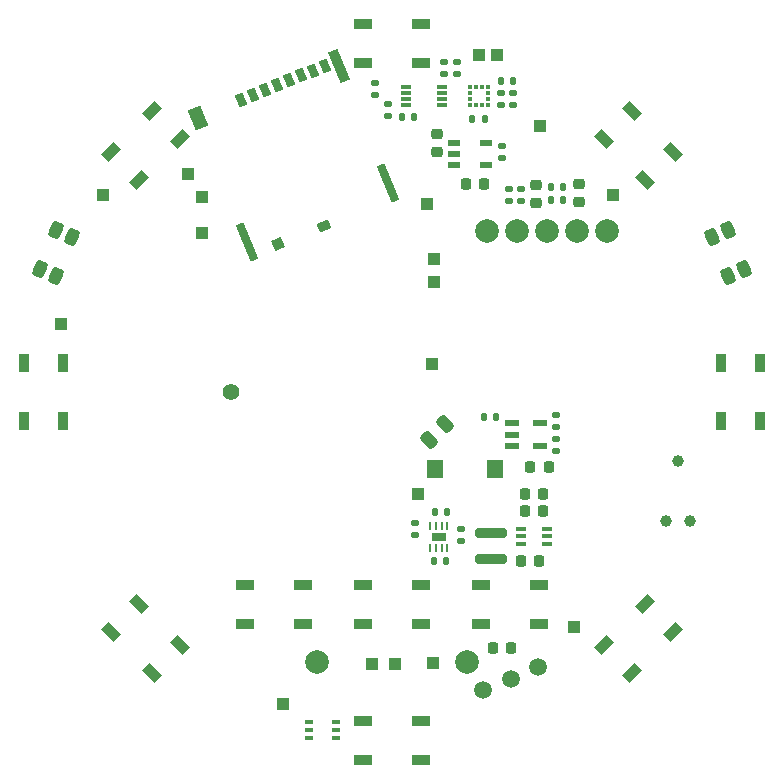
<source format=gbr>
%TF.GenerationSoftware,KiCad,Pcbnew,9.0.0*%
%TF.CreationDate,2025-02-26T14:49:23+01:00*%
%TF.ProjectId,relativeGPS,72656c61-7469-4766-9547-50532e6b6963,rev?*%
%TF.SameCoordinates,Original*%
%TF.FileFunction,Soldermask,Top*%
%TF.FilePolarity,Negative*%
%FSLAX46Y46*%
G04 Gerber Fmt 4.6, Leading zero omitted, Abs format (unit mm)*
G04 Created by KiCad (PCBNEW 9.0.0) date 2025-02-26 14:49:23*
%MOMM*%
%LPD*%
G01*
G04 APERTURE LIST*
G04 Aperture macros list*
%AMRoundRect*
0 Rectangle with rounded corners*
0 $1 Rounding radius*
0 $2 $3 $4 $5 $6 $7 $8 $9 X,Y pos of 4 corners*
0 Add a 4 corners polygon primitive as box body*
4,1,4,$2,$3,$4,$5,$6,$7,$8,$9,$2,$3,0*
0 Add four circle primitives for the rounded corners*
1,1,$1+$1,$2,$3*
1,1,$1+$1,$4,$5*
1,1,$1+$1,$6,$7*
1,1,$1+$1,$8,$9*
0 Add four rect primitives between the rounded corners*
20,1,$1+$1,$2,$3,$4,$5,0*
20,1,$1+$1,$4,$5,$6,$7,0*
20,1,$1+$1,$6,$7,$8,$9,0*
20,1,$1+$1,$8,$9,$2,$3,0*%
%AMRotRect*
0 Rectangle, with rotation*
0 The origin of the aperture is its center*
0 $1 length*
0 $2 width*
0 $3 Rotation angle, in degrees counterclockwise*
0 Add horizontal line*
21,1,$1,$2,0,0,$3*%
G04 Aperture macros list end*
%ADD10RotRect,0.700000X1.100000X22.500000*%
%ADD11RotRect,0.900000X0.930000X22.500000*%
%ADD12RotRect,1.050000X0.780000X22.500000*%
%ADD13RotRect,1.140000X1.830000X22.500000*%
%ADD14RotRect,0.860000X2.800000X22.500000*%
%ADD15RotRect,0.700000X3.330000X22.500000*%
%ADD16R,1.000000X1.000000*%
%ADD17RoundRect,0.135000X-0.185000X0.135000X-0.185000X-0.135000X0.185000X-0.135000X0.185000X0.135000X0*%
%ADD18R,1.450000X1.500000*%
%ADD19C,1.500000*%
%ADD20RoundRect,0.033333X0.391667X0.116667X-0.391667X0.116667X-0.391667X-0.116667X0.391667X-0.116667X0*%
%ADD21RoundRect,0.225000X-0.225000X-0.250000X0.225000X-0.250000X0.225000X0.250000X-0.225000X0.250000X0*%
%ADD22C,1.400000*%
%ADD23RoundRect,0.135000X0.135000X0.185000X-0.135000X0.185000X-0.135000X-0.185000X0.135000X-0.185000X0*%
%ADD24R,1.200000X0.600000*%
%ADD25RoundRect,0.135000X0.185000X-0.135000X0.185000X0.135000X-0.185000X0.135000X-0.185000X-0.135000X0*%
%ADD26R,1.500000X0.900000*%
%ADD27RoundRect,0.135000X-0.135000X-0.185000X0.135000X-0.185000X0.135000X0.185000X-0.135000X0.185000X0*%
%ADD28RoundRect,0.100000X0.350000X0.100000X-0.350000X0.100000X-0.350000X-0.100000X0.350000X-0.100000X0*%
%ADD29RoundRect,0.100000X-0.350000X-0.100000X0.350000X-0.100000X0.350000X0.100000X-0.350000X0.100000X0*%
%ADD30RotRect,1.500000X0.900000X45.000000*%
%ADD31RoundRect,0.225000X0.225000X0.250000X-0.225000X0.250000X-0.225000X-0.250000X0.225000X-0.250000X0*%
%ADD32RoundRect,0.225000X-0.250000X0.225000X-0.250000X-0.225000X0.250000X-0.225000X0.250000X0.225000X0*%
%ADD33RotRect,1.500000X0.900000X225.000000*%
%ADD34R,0.254000X0.711200*%
%ADD35R,1.295400X0.711200*%
%ADD36RoundRect,0.200000X1.150000X-0.200000X1.150000X0.200000X-1.150000X0.200000X-1.150000X-0.200000X0*%
%ADD37R,0.381000X0.355600*%
%ADD38R,0.355600X0.381000*%
%ADD39R,0.900000X1.500000*%
%ADD40RoundRect,0.250000X0.159099X-0.512652X0.512652X-0.159099X-0.159099X0.512652X-0.512652X0.159099X0*%
%ADD41RoundRect,0.262500X0.409942X-0.303743X0.075094X0.504652X-0.409942X0.303743X-0.075094X-0.504652X0*%
%ADD42RotRect,1.500000X0.900000X315.000000*%
%ADD43RotRect,1.500000X0.900000X135.000000*%
%ADD44R,0.720000X0.350000*%
%ADD45RoundRect,0.055000X0.445000X0.220000X-0.445000X0.220000X-0.445000X-0.220000X0.445000X-0.220000X0*%
%ADD46RoundRect,0.262500X-0.075094X0.504652X-0.409942X-0.303743X0.075094X-0.504652X0.409942X0.303743X0*%
%ADD47C,2.000000*%
%ADD48C,0.991000*%
G04 APERTURE END LIST*
D10*
%TO.C,CN4*%
X87200737Y-75298479D03*
X88217004Y-74877527D03*
X89233272Y-74456576D03*
X90249539Y-74035624D03*
X91265807Y-73614672D03*
X92282074Y-73193720D03*
X93298342Y-72772769D03*
X94314609Y-72351817D03*
D11*
X90317142Y-87499641D03*
D12*
X94286189Y-85936787D03*
D13*
X83621825Y-76797149D03*
D14*
X95503741Y-72400458D03*
D15*
X87723760Y-87274984D03*
X99697239Y-82315407D03*
%TD*%
D16*
%TO.C,TP8*%
X107400000Y-71500000D03*
%TD*%
D17*
%TO.C,C12*%
X109230511Y-74690000D03*
X109230511Y-75710000D03*
%TD*%
D16*
%TO.C,TP1*%
X103500000Y-122900000D03*
%TD*%
D18*
%TO.C,L2*%
X108725000Y-106500000D03*
X103675000Y-106500000D03*
%TD*%
D19*
%TO.C,SW1*%
X107708353Y-125246951D03*
X110055007Y-124274935D03*
X112401661Y-123302919D03*
%TD*%
D20*
%TO.C,U2*%
X104280511Y-75650000D03*
X104280511Y-75150000D03*
X104280511Y-74650000D03*
X104280511Y-74150000D03*
X101180511Y-74150000D03*
X101180511Y-74650000D03*
X101180511Y-75150000D03*
X101180511Y-75650000D03*
%TD*%
D16*
%TO.C,TP14*%
X90800000Y-126400000D03*
%TD*%
D21*
%TO.C,C20*%
X110924999Y-114300000D03*
X112474999Y-114300000D03*
%TD*%
D17*
%TO.C,R5*%
X105530511Y-72030000D03*
X105530511Y-73050000D03*
%TD*%
D16*
%TO.C,TP2*%
X115400000Y-119900000D03*
%TD*%
D22*
%TO.C,ANT1*%
X86415000Y-100015000D03*
%TD*%
D21*
%TO.C,C25*%
X111250000Y-108600000D03*
X112800000Y-108600000D03*
%TD*%
D23*
%TO.C,C30*%
X110240511Y-73700000D03*
X109220511Y-73700000D03*
%TD*%
D24*
%TO.C,U4*%
X110200000Y-102650000D03*
X110200000Y-103600000D03*
X110200000Y-104550000D03*
X112500000Y-104550000D03*
X112500000Y-102650000D03*
%TD*%
D16*
%TO.C,TP5*%
X118700000Y-83300000D03*
%TD*%
D25*
%TO.C,R10*%
X99650000Y-76620000D03*
X99650000Y-75600000D03*
%TD*%
D26*
%TO.C,D1*%
X102450000Y-131150000D03*
X102450000Y-127850000D03*
X97550000Y-127850000D03*
X97550000Y-131150000D03*
%TD*%
D27*
%TO.C,R1*%
X107790000Y-102100000D03*
X108810000Y-102100000D03*
%TD*%
D28*
%TO.C,U8*%
X113099999Y-112850000D03*
X113099999Y-112200000D03*
X113099999Y-111550000D03*
D29*
X110899999Y-111550000D03*
X110899999Y-112200000D03*
X110899999Y-112850000D03*
%TD*%
D16*
%TO.C,TP7*%
X112500000Y-77500000D03*
%TD*%
D26*
%TO.C,D5*%
X97550000Y-68850000D03*
X97550000Y-72150000D03*
X102450000Y-72150000D03*
X102450000Y-68850000D03*
%TD*%
D21*
%TO.C,C19*%
X111249999Y-110100000D03*
X112799999Y-110100000D03*
%TD*%
%TO.C,C15*%
X108550000Y-121700000D03*
X110100000Y-121700000D03*
%TD*%
D26*
%TO.C,D9*%
X92450000Y-119650000D03*
X92450000Y-116350000D03*
X87550000Y-116350000D03*
X87550000Y-119650000D03*
%TD*%
D30*
%TO.C,D6*%
X76241212Y-79706035D03*
X78574665Y-82039488D03*
X82039488Y-78574665D03*
X79706035Y-76241212D03*
%TD*%
D31*
%TO.C,C2*%
X113275000Y-106300000D03*
X111725000Y-106300000D03*
%TD*%
%TO.C,C18*%
X107830511Y-82400000D03*
X106280511Y-82400000D03*
%TD*%
D17*
%TO.C,R4*%
X113900000Y-103980000D03*
X113900000Y-105000000D03*
%TD*%
%TO.C,C21*%
X110900000Y-82790000D03*
X110900000Y-83810000D03*
%TD*%
D23*
%TO.C,R8*%
X101850511Y-76700000D03*
X100830511Y-76700000D03*
%TD*%
D16*
%TO.C,TP9*%
X108900000Y-71500000D03*
%TD*%
D17*
%TO.C,C7*%
X110240511Y-74700000D03*
X110240511Y-75720000D03*
%TD*%
D32*
%TO.C,C23*%
X115800000Y-82375000D03*
X115800000Y-83925000D03*
%TD*%
D26*
%TO.C,D10*%
X102450000Y-119650000D03*
X102450000Y-116350000D03*
X97550000Y-116350000D03*
X97550000Y-119650000D03*
%TD*%
D17*
%TO.C,R3*%
X113900000Y-101900000D03*
X113900000Y-102920000D03*
%TD*%
D16*
%TO.C,TP10*%
X82700000Y-81500000D03*
%TD*%
D17*
%TO.C,C13*%
X109330511Y-79130000D03*
X109330511Y-80150000D03*
%TD*%
D26*
%TO.C,D11*%
X112450000Y-119650000D03*
X112450000Y-116350000D03*
X107550000Y-116350000D03*
X107550000Y-119650000D03*
%TD*%
D33*
%TO.C,D2*%
X123758788Y-120293965D03*
X121425335Y-117960512D03*
X117960512Y-121425335D03*
X120293965Y-123758788D03*
%TD*%
D34*
%TO.C,U13*%
X103199998Y-113205000D03*
X103699999Y-113205000D03*
X104199999Y-113205000D03*
X104700000Y-113205000D03*
X104700000Y-111300000D03*
X104199999Y-111300000D03*
X103699999Y-111300000D03*
X103199998Y-111300000D03*
D35*
X103949999Y-112252500D03*
%TD*%
D17*
%TO.C,R7*%
X104430511Y-72030000D03*
X104430511Y-73050000D03*
%TD*%
D36*
%TO.C,L4*%
X108399999Y-114100000D03*
X108399999Y-111900000D03*
%TD*%
D37*
%TO.C,U1*%
X106606511Y-74200000D03*
X106606511Y-74700126D03*
X106606511Y-75200252D03*
X106606511Y-75700378D03*
D38*
X107118448Y-75712189D03*
X107618574Y-75712189D03*
D37*
X108130511Y-75700378D03*
X108130511Y-75200252D03*
X108130511Y-74700126D03*
X108130511Y-74200000D03*
D38*
X107618574Y-74188189D03*
X107118448Y-74188189D03*
%TD*%
D39*
%TO.C,D7*%
X68850000Y-102450000D03*
X72150000Y-102450000D03*
X72150000Y-97550000D03*
X68850000Y-97550000D03*
%TD*%
D16*
%TO.C,TP12*%
X83900000Y-86500000D03*
%TD*%
D32*
%TO.C,C16*%
X103780511Y-78150000D03*
X103780511Y-79700000D03*
%TD*%
D40*
%TO.C,C3*%
X103128249Y-104071751D03*
X104471751Y-102728249D03*
%TD*%
D16*
%TO.C,TP6*%
X102200000Y-108600000D03*
%TD*%
D23*
%TO.C,L5*%
X114510000Y-82650000D03*
X113490000Y-82650000D03*
%TD*%
D27*
%TO.C,C11*%
X103670000Y-110120000D03*
X104690000Y-110120000D03*
%TD*%
D17*
%TO.C,C24*%
X109875000Y-82790000D03*
X109875000Y-83810000D03*
%TD*%
%TO.C,R9*%
X98550000Y-73790000D03*
X98550000Y-74810000D03*
%TD*%
D16*
%TO.C,TP4*%
X103400000Y-97600000D03*
%TD*%
%TO.C,TP18*%
X103600000Y-88700000D03*
%TD*%
D23*
%TO.C,C9*%
X104600000Y-114320000D03*
X103580000Y-114320000D03*
%TD*%
D41*
%TO.C,SW3*%
X128474508Y-90153780D03*
X127096847Y-86827812D03*
X129814133Y-89598888D03*
X128436472Y-86272920D03*
%TD*%
D32*
%TO.C,C22*%
X112200000Y-82450000D03*
X112200000Y-84000000D03*
%TD*%
D39*
%TO.C,D3*%
X131150000Y-97550000D03*
X127850000Y-97550000D03*
X127850000Y-102450000D03*
X131150000Y-102450000D03*
%TD*%
D17*
%TO.C,C10*%
X101980000Y-111110000D03*
X101980000Y-112130000D03*
%TD*%
D16*
%TO.C,TP13*%
X83900000Y-83500000D03*
%TD*%
%TO.C,TP19*%
X103600000Y-90700000D03*
%TD*%
D27*
%TO.C,C14*%
X106820511Y-76900000D03*
X107840511Y-76900000D03*
%TD*%
D42*
%TO.C,D4*%
X120293965Y-76241212D03*
X117960512Y-78574665D03*
X121425335Y-82039488D03*
X123758788Y-79706035D03*
%TD*%
D16*
%TO.C,TP3*%
X98300000Y-123000000D03*
%TD*%
%TO.C,TP11*%
X100300000Y-123000000D03*
%TD*%
D43*
%TO.C,D8*%
X79706035Y-123758788D03*
X82039488Y-121425335D03*
X78574665Y-117960512D03*
X76241212Y-120293965D03*
%TD*%
D44*
%TO.C,U7*%
X92950000Y-127950000D03*
X92950000Y-128600000D03*
X92950000Y-129250000D03*
X95250000Y-129250000D03*
X95250000Y-128600000D03*
X95250000Y-127950000D03*
%TD*%
D23*
%TO.C,L6*%
X114510000Y-83775000D03*
X113490000Y-83775000D03*
%TD*%
D17*
%TO.C,C8*%
X105880000Y-111610000D03*
X105880000Y-112630000D03*
%TD*%
D45*
%TO.C,U9*%
X105280511Y-78900000D03*
X105280511Y-79850000D03*
X105280511Y-80800000D03*
X107980511Y-80800000D03*
X107980511Y-78900000D03*
%TD*%
D46*
%TO.C,SW2*%
X72903153Y-86827812D03*
X71525492Y-90153780D03*
X71563528Y-86272920D03*
X70185867Y-89598888D03*
%TD*%
D16*
%TO.C,TP16*%
X72000000Y-94200000D03*
%TD*%
%TO.C,TP17*%
X75500000Y-83300000D03*
%TD*%
D47*
%TO.C,U10*%
X118230000Y-86400000D03*
X115690000Y-86400000D03*
X113150000Y-86400000D03*
X110610000Y-86400000D03*
X108070000Y-86400000D03*
%TD*%
D16*
%TO.C,TP15*%
X103000000Y-84100000D03*
%TD*%
D47*
%TO.C,B7*%
X106350000Y-122850000D03*
X93700000Y-122850000D03*
%TD*%
D48*
%TO.C,CN3*%
X124185000Y-105860000D03*
X125201000Y-110940000D03*
X123169000Y-110940000D03*
%TD*%
M02*

</source>
